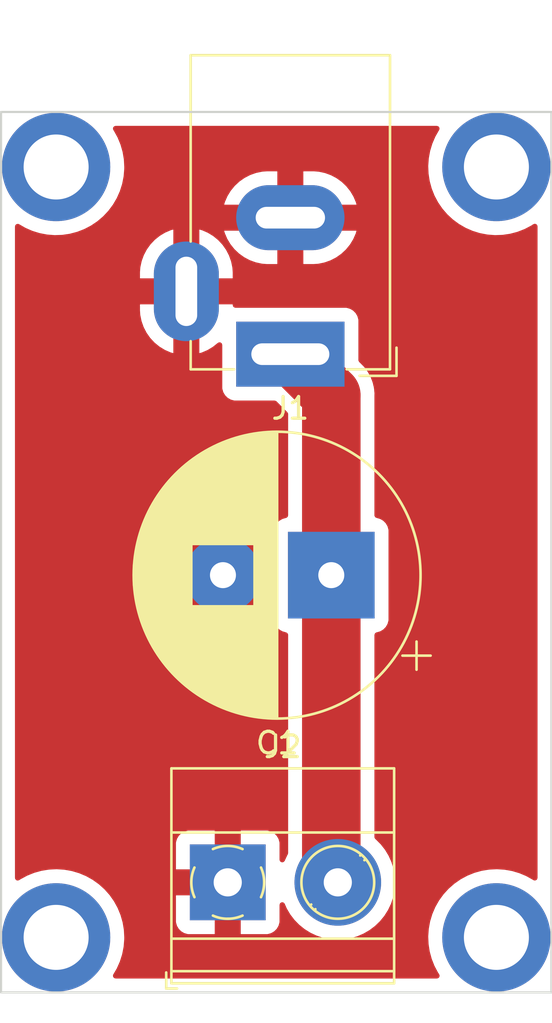
<source format=kicad_pcb>
(kicad_pcb (version 20211014) (generator pcbnew)
  (layers (0 "F.Cu" signal) (31 "B.Cu" signal) (34 "B.Paste" user) (35 "F.Paste" user) (36 "B.SilkS" user "B.Silkscreen") (37 "F.SilkS" user "F.Silkscreen") (38 "B.Mask" user) (39 "F.Mask" user) (44 "Edge.Cuts" user))
  (net 0 "")
  (net 1 "Net-(C1-Pad1)")
  (net 2 "GND")
  (footprint "Connector_BarrelJack:BarrelJack_GCT_DCJ200-10-A_Horizontal" (layer "F.Cu") (at 122.57 69.6 180)
    (fp_text reference "J1" (at 0 -2.5) (layer "F.SilkS"))
    (fp_text value "Barrel_Jack_Switch")
    (fp_line (start 4.6 -0.7) (end 4.6 0.6) (layer "F.SilkS") (width 0.12))
    (fp_line (start -3.2 -1) (end -4.9 -1) (layer "F.SilkS") (width 0.12))
    (fp_line (start -4.6 -0.7) (end -2.6 -0.7) (layer "F.SilkS") (width 0.12))
    (fp_line (start 4.6 5.2) (end 4.6 13.8) (layer "F.SilkS") (width 0.12))
    (fp_line (start 2.6 -0.7) (end 4.6 -0.7) (layer "F.SilkS") (width 0.12))
    (fp_line (start -4.9 -1) (end -4.9 0.3) (layer "F.SilkS") (width 0.12))
    (fp_line (start -4.6 13.8) (end -4.6 -0.7) (layer "F.SilkS") (width 0.12))
    (fp_line (start 4.6 13.8) (end -4.6 13.8) (layer "F.SilkS") (width 0.12))
    (pad "1" thru_hole rect (at 0 0 180) (size 5 3) (drill oval 3.6 1) (layers *.Cu *.Mask) (net 1 "Net-(C1-Pad1)"))
    (pad "2" thru_hole oval (at 0 6.3 180) (size 5 3) (drill oval 3.2 1) (layers *.Cu *.Mask) (net 2 "GND"))
    (pad "3" thru_hole oval (at 4.8 2.9 180) (size 3 4.6) (drill oval 1 3.2) (layers *.Cu *.Mask) (net 2 "GND"))
  )
  (footprint "TerminalBlock_Phoenix:TerminalBlock_Phoenix_MKDS-1,5-2-5.08_1x02_P5.08mm_Horizontal" (layer "F.Cu") (at 119.680431 93.98)
    (fp_text reference "J2" (at 2.54 -6.26) (layer "F.SilkS"))
    (fp_text value "Conn_01x02")
    (fp_line (start -2.6 4.1) (end 7.68 4.1) (layer "F.SilkS") (width 0.12))
    (fp_line (start 6.355 -1.069) (end 6.308 -1.023) (layer "F.SilkS") (width 0.12))
    (fp_line (start -2.6 -5.261) (end -2.6 4.66) (layer "F.SilkS") (width 0.12))
    (fp_line (start 3.853 1.023) (end 3.806 1.069) (layer "F.SilkS") (width 0.12))
    (fp_line (start 6.15 -1.275) (end 6.115 -1.239) (layer "F.SilkS") (width 0.12))
    (fp_line (start -2.6 4.66) (end 7.68 4.66) (layer "F.SilkS") (width 0.12))
    (fp_line (start -2.84 4.9) (end -2.34 4.9) (layer "F.SilkS") (width 0.12))
    (fp_line (start 4.046 1.239) (end 4.011 1.274) (layer "F.SilkS") (width 0.12))
    (fp_line (start -2.6 -5.261) (end 7.68 -5.261) (layer "F.SilkS") (width 0.12))
    (fp_line (start -2.84 4.16) (end -2.84 4.9) (layer "F.SilkS") (width 0.12))
    (fp_line (start -2.6 2.6) (end 7.68 2.6) (layer "F.SilkS") (width 0.12))
    (fp_line (start -2.6 -2.301) (end 7.68 -2.301) (layer "F.SilkS") (width 0.12))
    (fp_line (start 7.68 -5.261) (end 7.68 4.66) (layer "F.SilkS") (width 0.12))
    (fp_arc (start 0.683318 1.534756) (mid 0.349292 1.643288) (end 0 1.68) (layer "F.SilkS") (width 0.12))
    (fp_arc (start 0.028805 1.680253) (mid -0.335551 1.646659) (end -0.684 1.535) (layer "F.SilkS") (width 0.12))
    (fp_arc (start -1.535427 0.683042) (mid -1.680501 -0.000524) (end -1.535 -0.684) (layer "F.SilkS") (width 0.12))
    (fp_arc (start 1.535427 -0.683042) (mid 1.680501 0.000524) (end 1.535 0.684) (layer "F.SilkS") (width 0.12))
    (fp_arc (start -0.683042 -1.535427) (mid 0.000524 -1.680501) (end 0.684 -1.535) (layer "F.SilkS") (width 0.12))
    (fp_circle (center 5.08 0) (end 6.76 0) (layer "F.SilkS") (width 0.12) (fill none))
    (pad "1" thru_hole rect (at 0 0) (size 3.5 3.5) (drill 1.3) (layers *.Cu *.Mask) (net 2 "GND"))
    (pad "2" thru_hole circle (at 5.08 0) (size 4 4) (drill 1.3) (layers *.Cu *.Mask) (net 1 "Net-(C1-Pad1)"))
  )
  (footprint "Capacitor_THT:CP_Radial_D13.0mm_P5.00mm" (layer "F.Cu") (at 124.46 79.8 180)
    (fp_text reference "C1" (at 2.5 -7.75) (layer "F.SilkS"))
    (fp_text value "1000u")
    (fp_line (start 3.981 1.44) (end 3.981 6.413) (layer "F.SilkS") (width 0.12))
    (fp_line (start 6.221 1.44) (end 6.221 5.436) (layer "F.SilkS") (width 0.12))
    (fp_line (start 5.301 1.44) (end 5.301 5.959) (layer "F.SilkS") (width 0.12))
    (fp_line (start 5.341 1.44) (end 5.341 5.94) (layer "F.SilkS") (width 0.12))
    (fp_line (start 7.221 -4.602) (end 7.221 4.602) (layer "F.SilkS") (width 0.12))
    (fp_line (start 3.421 -6.516) (end 3.421 6.516) (layer "F.SilkS") (width 0.12))
    (fp_line (start 5.261 -5.978) (end 5.261 -1.44) (layer "F.SilkS") (width 0.12))
    (fp_line (start 5.821 1.44) (end 5.821 5.688) (layer "F.SilkS") (width 0.12))
    (fp_line (start 2.86 -6.571) (end 2.86 6.571) (layer "F.SilkS") (width 0.12))
    (fp_line (start 5.741 -5.733) (end 5.741 -1.44) (layer "F.SilkS") (width 0.12))
    (fp_line (start 3.581 1.44) (end 3.581 6.492) (layer "F.SilkS") (width 0.12))
    (fp_line (start 4.101 1.44) (end 4.101 6.384) (layer "F.SilkS") (width 0.12))
    (fp_line (start 3.901 -6.431) (end 3.901 -1.44) (layer "F.SilkS") (width 0.12))
    (fp_line (start 5.781 1.44) (end 5.781 5.711) (layer "F.SilkS") (width 0.12))
    (fp_line (start 7.501 -4.299) (end 7.501 4.299) (layer "F.SilkS") (width 0.12))
    (fp_line (start 8.301 -3.152) (end 8.301 3.152) (layer "F.SilkS") (width 0.12))
    (fp_line (start 3.06 -6.557) (end 3.06 6.557) (layer "F.SilkS") (width 0.12))
    (fp_line (start 3.621 -6.485) (end 3.621 -1.44) (layer "F.SilkS") (width 0.12))
    (fp_line (start 4.421 -6.296) (end 4.421 -1.44) (layer "F.SilkS") (width 0.12))
    (fp_line (start 5.661 -5.778) (end 5.661 -1.44) (layer "F.SilkS") (width 0.12))
    (fp_line (start 6.821 -4.977) (end 6.821 4.977) (layer "F.SilkS") (width 0.12))
    (fp_line (start 5.621 1.44) (end 5.621 5.799) (layer "F.SilkS") (width 0.12))
    (fp_line (start 5.501 1.44) (end 5.501 5.862) (layer "F.SilkS") (width 0.12))
    (fp_line (start 8.261 -3.223) (end 8.261 3.223) (layer "F.SilkS") (width 0.12))
    (fp_line (start 3.461 -6.511) (end 3.461 6.511) (layer "F.SilkS") (width 0.12))
    (fp_line (start 4.221 -6.353) (end 4.221 -1.44) (layer "F.SilkS") (width 0.12))
    (fp_line (start -4.584569 -3.715) (end -3.284569 -3.715) (layer "F.SilkS") (width 0.12))
    (fp_line (start 7.341 -4.477) (end 7.341 4.477) (layer "F.SilkS") (width 0.12))
    (fp_line (start 2.62 -6.579) (end 2.62 6.579) (layer "F.SilkS") (width 0.12))
    (fp_line (start 5.101 1.44) (end 5.101 6.049) (layer "F.SilkS") (width 0.12))
    (fp_line (start 6.981 -4.834) (end 6.981 4.834) (layer "F.SilkS") (width 0.12))
    (fp_line (start 6.101 1.44) (end 6.101 5.516) (layer "F.SilkS") (width 0.12))
    (fp_line (start 4.261 -6.342) (end 4.261 -1.44) (layer "F.SilkS") (width 0.12))
    (fp_line (start 8.421 -2.923) (end 8.421 2.923) (layer "F.SilkS") (width 0.12))
    (fp_line (start 3.14 -6.549) (end 3.14 6.549) (layer "F.SilkS") (width 0.12))
    (fp_line (start 6.581 -5.174) (end 6.581 5.174) (layer "F.SilkS") (width 0.12))
    (fp_line (start 5.101 -6.049) (end 5.101 -1.44) (layer "F.SilkS") (width 0.12))
    (fp_line (start 2.82 -6.573) (end 2.82 6.573) (layer "F.SilkS") (width 0.12))
    (fp_line (start 6.941 -4.871) (end 6.941 4.871) (layer "F.SilkS") (width 0.12))
    (fp_line (start 6.061 -5.542) (end 6.061 -1.44) (layer "F.SilkS") (width 0.12))
    (fp_line (start 7.461 -4.345) (end 7.461 4.345) (layer "F.SilkS") (width 0.12))
    (fp_line (start 4.901 1.44) (end 4.901 6.13) (layer "F.SilkS") (width 0.12))
    (fp_line (start 5.901 1.44) (end 5.901 5.641) (layer "F.SilkS") (width 0.12))
    (fp_line (start 6.021 1.44) (end 6.021 5.567) (layer "F.SilkS") (width 0.12))
    (fp_line (start 2.7 -6.577) (end 2.7 6.577) (layer "F.SilkS") (width 0.12))
    (fp_line (start 4.181 -6.364) (end 4.181 -1.44) (layer "F.SilkS") (width 0.12))
    (fp_line (start 4.261 1.44) (end 4.261 6.342) (layer "F.SilkS") (width 0.12))
    (fp_line (start 4.381 -6.308) (end 4.381 -1.44) (layer "F.SilkS") (width 0.12))
    (fp_line (start 8.101 -3.491) (end 8.101 3.491) (layer "F.SilkS") (width 0.12))
    (fp_line (start 3.02 -6.56) (end 3.02 6.56) (layer "F.SilkS") (width 0.12))
    (fp_line (start 3.621 1.44) (end 3.621 6.485) (layer "F.SilkS") (width 0.12))
    (fp_line (start 4.221 1.44) (end 4.221 6.353) (layer "F.SilkS") (width 0.12))
    (fp_line (start 5.541 -5.841) (end 5.541 -1.44) (layer "F.SilkS") (width 0.12))
    (fp_line (start 8.181 -3.361) (end 8.181 3.361) (layer "F.SilkS") (width 0.12))
    (fp_line (start 5.461 -5.882) (end 5.461 -1.44) (layer "F.SilkS") (width 0.12))
    (fp_line (start 6.701 -5.078) (end 6.701 5.078) (layer "F.SilkS") (width 0.12))
    (fp_line (start 3.981 -6.413) (end 3.981 -1.44) (layer "F.SilkS") (width 0.12))
    (fp_line (start 4.861 1.44) (end 4.861 6.146) (layer "F.SilkS") (width 0.12))
    (fp_line (start 8.661 -2.385) (end 8.661 2.385) (layer "F.SilkS") (width 0.12))
    (fp_line (start 5.941 -5.617) (end 5.941 -1.44) (layer "F.SilkS") (width 0.12))
    (fp_line (start 4.581 -6.245) (end 4.581 -1.44) (layer "F.SilkS") (width 0.12))
    (fp_line (start 7.981 -3.675) (end 7.981 3.675) (layer "F.SilkS") (width 0.12))
    (fp_line (start 8.501 -2.758) (end 8.501 2.758) (layer "F.SilkS") (width 0.12))
    (fp_line (start 8.621 -2.484) (end 8.621 2.484) (layer "F.SilkS") (width 0.12))
    (fp_line (start 3.941 -6.422) (end 3.941 -1.44) (layer "F.SilkS") (width 0.12))
    (fp_line (start 4.301 1.44) (end 4.301 6.331) (layer "F.SilkS") (width 0.12))
    (fp_line (start 6.541 -5.205) (end 6.541 5.205) (layer "F.SilkS") (width 0.12))
    (fp_line (start 5.781 -5.711) (end 5.781 -1.44) (layer "F.SilkS") (width 0.12))
    (fp_line (start 5.221 -5.996) (end 5.221 -1.44) (layer "F.SilkS") (width 0.12))
    (fp_line (start 3.901 1.44) (end 3.901 6.431) (layer "F.SilkS") (width 0.12))
    (fp_line (start 2.74 -6.576) (end 2.74 6.576) (layer "F.SilkS") (width 0.12))
    (fp_line (start 4.981 -6.098) (end 4.981 -1.44) (layer "F.SilkS") (width 0.12))
    (fp_line (start 8.741 -2.171) (end 8.741 2.171) (layer "F.SilkS") (width 0.12))
    (fp_line (start 8.821 -1.931) (end 8.821 1.931) (layer "F.SilkS") (width 0.12))
    (fp_line (start 5.701 1.44) (end 5.701 5.756) (layer "F.SilkS") (width 0.12))
    (fp_line (start 6.061 1.44) (end 6.061 5.542) (layer "F.SilkS") (width 0.12))
    (fp_line (start 6.021 -5.567) (end 6.021 -1.44) (layer "F.SilkS") (width 0.12))
    (fp_line (start 7.101 -4.721) (end 7.101 4.721) (layer "F.SilkS") (width 0.12))
    (fp_line (start 6.741 -5.044) (end 6.741 5.044) (layer "F.SilkS") (width 0.12))
    (fp_line (start 4.701 1.44) (end 4.701 6.204) (layer "F.SilkS") (width 0.12))
    (fp_line (start 3.18 -6.545) (end 3.18 6.545) (layer "F.SilkS") (width 0.12))
    (fp_line (start 6.301 1.44) (end 6.301 5.381) (layer "F.SilkS") (width 0.12))
    (fp_line (start 3.861 -6.439) (end 3.861 -1.44) (layer "F.SilkS") (width 0.12))
    (fp_line (start 8.941 -1.494) (end 8.941 1.494) (layer "F.SilkS") (width 0.12))
    (fp_line (start 6.261 1.44) (end 6.261 5.409) (layer "F.SilkS") (width 0.12))
    (fp_line (start 5.901 -5.641) (end 5.901 -1.44) (layer "F.SilkS") (width 0.12))
    (fp_line (start 6.261 -5.409) (end 6.261 -1.44) (layer "F.SilkS") (width 0.12))
    (fp_line (start 4.141 1.44) (end 4.141 6.374) (layer "F.SilkS") (width 0.12))
    (fp_line (start 2.66 -6.579) (end 2.66 6.579) (layer "F.SilkS") (width 0.12))
    (fp_line (start 7.741 -4.006) (end 7.741 4.006) (layer "F.SilkS") (width 0.12))
    (fp_line (start 4.541 -6.258) (end 4.541 -1.44) (layer "F.SilkS") (width 0.12))
    (fp_line (start 7.021 -4.797) (end 7.021 4.797) (layer "F.SilkS") (width 0.12))
    (fp_line (start 6.381 1.44) (end 6.381 5.324) (layer "F.SilkS") (width 0.12))
    (fp_line (start 8.581 -2.579) (end 8.581 2.579) (layer "F.SilkS") (width 0.12))
    (fp_line (start 5.141 -6.031) (end 5.141 -1.44) (layer "F.SilkS") (width 0.12))
    (fp_line (start 3.661 1.44) (end 3.661 6.478) (layer "F.SilkS") (width 0.12))
    (fp_line (start 9.061 -0.85) (end 9.061 0.85) (layer "F.SilkS") (width 0.12))
    (fp_line (start 4.941 1.44) (end 4.941 6.114) (layer "F.SilkS") (width 0.12))
    (fp_line (start 7.661 -4.108) (end 7.661 4.108) (layer "F.SilkS") (width 0.12))
    (fp_line (start 7.261 -4.561) (end 7.261 4.561) (layer "F.SilkS") (width 0.12))
    (fp_line (start 4.501 1.44) (end 4.501 6.271) (layer "F.SilkS") (width 0.12))
    (fp_line (start 7.381 -4.434) (end 7.381 4.434) (layer "F.SilkS") (width 0.12))
    (fp_line (start 9.101 -0.475) (end 9.101 0.475) (layer "F.SilkS") (width 0.12))
    (fp_line (start 4.621 1.44) (end 4.621 6.232) (layer "F.SilkS") (width 0.12))
    (fp_line (start 6.181 -5.463) (end 6.181 -1.44) (layer "F.SilkS") (width 0.12))
    (fp_line (start 3.261 -6.537) (end 3.261 6.537) (layer "F.SilkS") (width 0.12))
    (fp_line (start 7.781 -3.954) (end 7.781 3.954) (layer "F.SilkS") (width 0.12))
    (fp_line (start 7.541 -4.253) (end 7.541 4.253) (layer "F.SilkS") (width 0.12))
    (fp_line (start 5.261 1.44) (end 5.261 5.978) (layer "F.SilkS") (width 0.12))
    (fp_line (start 4.941 -6.114) (end 4.941 -1.44) (layer "F.SilkS") (width 0.12))
    (fp_line (start 8.061 -3.554) (end 8.061 3.554) (layer "F.SilkS") (width 0.12))
    (fp_line (start 5.421 1.44) (end 5.421 5.902) (layer "F.SilkS") (width 0.12))
    (fp_line (start 4.821 -6.161) (end 4.821 -1.44) (layer "F.SilkS") (width 0.12))
    (fp_line (start 3.581 -6.492) (end 3.581 -1.44) (layer "F.SilkS") (width 0.12))
    (fp_line (start 4.741 -6.19) (end 4.741 -1.44) (layer "F.SilkS") (width 0.12))
    (fp_line (start 5.621 -5.799) (end 5.621 -1.44) (layer "F.SilkS") (width 0.12))
    (fp_line (start 4.021 1.44) (end 4.021 6.404) (layer "F.SilkS") (width 0.12))
    (fp_line (start 6.301 -5.381) (end 6.301 -1.44) (layer "F.SilkS") (width 0.12))
    (fp_line (start 7.181 -4.643) (end 7.181 4.643) (layer "F.SilkS") (width 0.12))
    (fp_line (start 4.661 -6.218) (end 4.661 -1.44) (layer "F.SilkS") (width 0.12))
    (fp_line (start 4.661 1.44) (end 4.661 6.218) (layer "F.SilkS") (width 0.12))
    (fp_line (start 8.701 -2.281) (end 8.701 2.281) (layer "F.SilkS") (width 0.12))
    (fp_line (start 4.181 1.44) (end 4.181 6.364) (layer "F.SilkS") (width 0.12))
    (fp_line (start 4.781 1.44) (end 4.781 6.175) (layer "F.SilkS") (width 0.12))
    (fp_line (start 4.901 -6.13) (end 4.901 -1.44) (layer "F.SilkS") (width 0.12))
    (fp_line (start 4.701 -6.204) (end 4.701 -1.44) (layer "F.SilkS") (width 0.12))
    (fp_line (start 3.701 1.44) (end 3.701 6.471) (layer "F.SilkS") (width 0.12))
    (fp_line (start 6.381 -5.324) (end 6.381 -1.44) (layer "F.SilkS") (width 0.12))
    (fp_line (start 4.341 -6.32) (end 4.341 -1.44) (layer "F.SilkS") (width 0.12))
    (fp_line (start 5.181 1.44) (end 5.181 6.014) (layer "F.SilkS") (width 0.12))
    (fp_line (start 5.301 -5.959) (end 5.301 -1.44) (layer "F.SilkS") (width 0.12))
    (fp_line (start 5.061 1.44) (end 5.061 6.065) (layer "F.SilkS") (width 0.12))
    (fp_line (start 7.581 -4.205) (end 7.581 4.205) (layer "F.SilkS") (width 0.12))
    (fp_line (start 4.741 1.44) (end 4.741 6.19) (layer "F.SilkS") (width 0.12))
    (fp_line (start 2.54 -6.58) (end 2.54 6.58) (layer "F.SilkS") (width 0.12))
    (fp_line (start 6.141 1.44) (end 6.141 5.49) (layer "F.SilkS") (width 0.12))
    (fp_line (start 5.861 -5.664) (end 5.861 -1.44) (layer "F.SilkS") (width 0.12))
    (fp_line (start 9.021 -1.107) (end 9.021 1.107) (layer "F.SilkS") (width 0.12))
    (fp_line (start 6.421 1.44) (end 6.421 5.295) (layer "F.SilkS") (width 0.12))
    (fp_line (start 4.341 1.44) (end 4.341 6.32) (layer "F.SilkS") (width 0.12))
    (fp_line (start 2.94 -6.566) (end 2.94 6.566) (layer "F.SilkS") (width 0.12))
    (fp_line (start 3.501 -6.505) (end 3.501 6.505) (layer "F.SilkS") (width 0.12))
    (fp_line (start 5.981 -5.592) (end 5.981 -1.44) (layer "F.SilkS") (width 0.12))
    (fp_line (start 5.461 1.44) (end 5.461 5.882) (layer "F.SilkS") (width 0.12))
    (fp_line (start 6.621 -5.142) (end 6.621 5.142) (layer "F.SilkS") (width 0.12))
    (fp_line (start 5.581 1.44) (end 5.581 5.82) (layer "F.SilkS") (width 0.12))
    (fp_line (start 7.141 -4.682) (end 7.141 4.682) (layer "F.SilkS") (width 0.12))
    (fp_line (start 8.461 -2.842) (end 8.461 2.842) (layer "F.SilkS") (width 0.12))
    (fp_line (start 6.421 -5.295) (end 6.421 -1.44) (layer "F.SilkS") (width 0.12))
    (fp_line (start 2.78 -6.575) (end 2.78 6.575) (layer "F.SilkS") (width 0.12))
    (fp_line (start 2.5 -6.58) (end 2.5 6.58) (layer "F.SilkS") (width 0.12))
    (fp_line (start 5.861 1.44) (end 5.861 5.664) (layer "F.SilkS") (width 0.12))
    (fp_line (start 5.421 -5.902) (end 5.421 -1.44) (layer "F.SilkS") (width 0.12))
    (fp_line (start 3.1 -6.553) (end 3.1 6.553) (layer "F.SilkS") (width 0.12))
    (fp_line (start 8.021 -3.615) (end 8.021 3.615) (layer "F.SilkS") (width 0.12))
    (fp_line (start 4.781 -6.175) (end 4.781 -1.44) (layer "F.SilkS") (width 0.12))
    (fp_line (start 2.9 -6.568) (end 2.9 6.568) (layer "F.SilkS") (width 0.12))
    (fp_line (start 5.541 1.44) (end 5.541 5.841) (layer "F.SilkS") (width 0.12))
    (fp_line (start 7.701 -4.057) (end 7.701 4.057) (layer "F.SilkS") (width 0.12))
    (fp_line (start 3.781 1.44) (end 3.781 6.456) (layer "F.SilkS") (width 0.12))
    (fp_line (start 6.341 -5.353) (end 6.341 -1.44) (layer "F.SilkS") (width 0.12))
    (fp_line (start 7.901 -3.79) (end 7.901 3.79) (layer "F.SilkS") (width 0.12))
    (fp_line (start 6.461 -5.265) (end 6.461 5.265) (layer "F.SilkS") (width 0.12))
    (fp_line (start 8.781 -2.055) (end 8.781 2.055) (layer "F.SilkS") (width 0.12))
    (fp_line (start 4.541 1.44) (end 4.541 6.258) (layer "F.SilkS") (width 0.12))
    (fp_line (start 4.421 1.44) (end 4.421 6.296) (layer "F.SilkS") (width 0.12))
    (fp_line (start 4.101 -6.384) (end 4.101 -1.44) (layer "F.SilkS") (width 0.12))
    (fp_line (start 7.301 -4.519) (end 7.301 4.519) (layer "F.SilkS") (width 0.12))
    (fp_line (start 8.541 -2.67) (end 8.541 2.67) (layer "F.SilkS") (width 0.12))
    (fp_line (start 5.381 1.44) (end 5.381 5.921) (layer "F.SilkS") (width 0.12))
    (fp_line (start 3.861 1.44) (end 3.861 6.439) (layer "F.SilkS") (width 0.12))
    (fp_line (start 6.901 -4.907) (end 6.901 4.907) (layer "F.SilkS") (width 0.12))
    (fp_line (start 8.861 -1.798) (end 8.861 1.798) (layer "F.SilkS") (width 0.12))
    (fp_line (start 4.301 -6.331) (end 4.301 -1.44) (layer "F.SilkS") (width 0.12))
    (fp_line (start 7.061 -4.76) (end 7.061 4.76) (layer "F.SilkS") (width 0.12))
    (fp_line (start 2.98 -6.563) (end 2.98 6.563) (layer "F.SilkS") (width 0.12))
    (fp_line (start 5.941 1.44) (end 5.941 5.617) (layer "F.SilkS") (width 0.12))
    (fp_line (start 6.221 -5.436) (end 6.221 -1.44) (layer "F.SilkS") (width 0.12))
    (fp_line (start 8.901 -1.653) (end 8.901 1.653) (layer "F.SilkS") (width 0.12))
    (fp_line (start 5.501 -5.862) (end 5.501 -1.44) (layer "F.SilkS") (width 0.12))
    (fp_line (start 6.781 -5.011) (end 6.781 5.011) (layer "F.SilkS") (width 0.12))
    (fp_line (start 5.181 -6.014) (end 5.181 -1.44) (layer "F.SilkS") (width 0.12))
    (fp_line (start 4.381 1.44) (end 4.381 6.308) (layer "F.SilkS") (width 0.12))
    (fp_line (start 4.861 -6.146) (end 4.861 -1.44) (layer "F.SilkS") (width 0.12))
    (fp_line (start 6.861 -4.942) (end 6.861 4.942) (layer "F.SilkS") (width 0.12))
    (fp_line (start 5.021 -6.082) (end 5.021 -1.44) (layer "F.SilkS") (width 0.12))
    (fp_line (start 8.381 -3.002) (end 8.381 3.002) (layer "F.SilkS") (width 0.12))
    (fp_line (start 5.021 1.44) (end 5.021 6.082) (layer "F.SilkS") (width 0.12))
    (fp_line (start 3.821 1.44) (end 3.821 6.448) (layer "F.SilkS") (width 0.12))
    (fp_line (start 4.461 1.44) (end 4.461 6.284) (layer "F.SilkS") (width 0.12))
    (fp_line (start 5.581 -5.82) (end 5.581 -1.44) (layer "F.SilkS") (width 0.12))
    (fp_line (start 5.701 -5.756) (end 5.701 -1.44) (layer "F.SilkS") (width 0.12))
    (fp_line (start 8.341 -3.078) (end 8.341 3.078) (layer "F.SilkS") (width 0.12))
    (fp_line (start 4.981 1.44) (end 4.981 6.098) (layer "F.SilkS") (width 0.12))
    (fp_line (start 6.101 -5.516) (end 6.101 -1.44) (layer "F.SilkS") (width 0.12))
    (fp_line (start 3.941 1.44) (end 3.941 6.422) (layer "F.SilkS") (width 0.12))
    (fp_line (start 5.741 1.44) (end 5.741 5.733) (layer "F.SilkS") (width 0.12))
    (fp_line (start 7.621 -4.157) (end 7.621 4.157) (layer "F.SilkS") (width 0.12))
    (fp_line (start 7.821 -3.9) (end 7.821 3.9) (layer "F.SilkS") (width 0.12))
    (fp_line (start 6.181 1.44) (end 6.181 5.463) (layer "F.SilkS") (width 0.12))
    (fp_line (start 3.741 1.44) (end 3.741 6.463) (layer "F.SilkS") (width 0.12))
    (fp_line (start 4.461 -6.284) (end 4.461 -1.44) (layer "F.SilkS") (width 0.12))
    (fp_line (start 5.981 1.44) (end 5.981 5.592) (layer "F.SilkS") (width 0.12))
    (fp_line (start 3.341 -6.527) (end 3.341 6.527) (layer "F.SilkS") (width 0.12))
    (fp_line (start 4.501 -6.271) (end 4.501 -1.44) (layer "F.SilkS") (width 0.12))
    (fp_line (start 6.501 -5.235) (end 6.501 5.235) (layer "F.SilkS") (width 0.12))
    (fp_line (start 6.341 1.44) (end 6.341 5.353) (layer "F.SilkS") (width 0.12))
    (fp_line (start 4.621 -6.232) (end 4.621 -1.44) (layer "F.SilkS") (width 0.12))
    (fp_line (start 3.381 -6.522) (end 3.381 6.522) (layer "F.SilkS") (width 0.12))
    (fp_line (start 4.821 1.44) (end 4.821 6.161) (layer "F.SilkS") (width 0.12))
    (fp_line (start 7.941 -3.733) (end 7.941 3.733) (layer "F.SilkS") (width 0.12))
    (fp_line (start 3.661 -6.478) (end 3.661 -1.44) (layer "F.SilkS") (width 0.12))
    (fp_line (start 3.301 -6.532) (end 3.301 6.532) (layer "F.SilkS") (width 0.12))
    (fp_line (start 3.541 -6.498) (end 3.541 6.498) (layer "F.SilkS") (width 0.12))
    (fp_line (start -3.934569 -4.365) (end -3.934569 -3.065) (layer "F.SilkS") (width 0.12))
    (fp_line (start 3.781 -6.456) (end 3.781 -1.44) (layer "F.SilkS") (width 0.12))
    (fp_line (start 6.141 -5.49) (end 6.141 -1.44) (layer "F.SilkS") (width 0.12))
    (fp_line (start 5.221 1.44) (end 5.221 5.996) (layer "F.SilkS") (width 0.12))
    (fp_line (start 3.701 -6.471) (end 3.701 -1.44) (layer "F.SilkS") (width 0.12))
    (fp_line (start 4.581 1.44) (end 4.581 6.245) (layer "F.SilkS") (width 0.12))
    (fp_line (start 2.58 -6.58) (end 2.58 6.58) (layer "F.SilkS") (width 0.12))
    (fp_line (start 4.061 -6.394) (end 4.061 -1.44) (layer "F.SilkS") (width 0.12))
    (fp_line (start 4.061 1.44) (end 4.061 6.394) (layer "F.SilkS") (width 0.12))
    (fp_line (start 5.381 -5.921) (end 5.381 -1.44) (layer "F.SilkS") (width 0.12))
    (fp_line (start 3.741 -6.463) (end 3.741 -1.44) (layer "F.SilkS") (width 0.12))
    (fp_line (start 6.661 -5.11) (end 6.661 5.11) (layer "F.SilkS") (width 0.12))
    (fp_line (start 4.021 -6.404) (end 4.021 -1.44) (layer "F.SilkS") (width 0.12))
    (fp_line (start 8.981 -1.315) (end 8.981 1.315) (layer "F.SilkS") (width 0.12))
    (fp_line (start 8.141 -3.427) (end 8.141 3.427) (layer "F.SilkS") (width 0.12))
    (fp_line (start 4.141 -6.374) (end 4.141 -1.44) (layer "F.SilkS") (width 0.12))
    (fp_line (start 8.221 -3.293) (end 8.221 3.293) (layer "F.SilkS") (width 0.12))
    (fp_line (start 5.821 -5.688) (end 5.821 -1.44) (layer "F.SilkS") (width 0.12))
    (fp_line (start 7.421 -4.39) (end 7.421 4.39) (layer "F.SilkS") (width 0.12))
    (fp_line (start 5.661 1.44) (end 5.661 5.778) (layer "F.SilkS") (width 0.12))
    (fp_line (start 5.341 -5.94) (end 5.341 -1.44) (layer "F.SilkS") (width 0.12))
    (fp_line (start 5.141 1.44) (end 5.141 6.031) (layer "F.SilkS") (width 0.12))
    (fp_line (start 3.821 -6.448) (end 3.821 -1.44) (layer "F.SilkS") (width 0.12))
    (fp_line (start 3.221 -6.541) (end 3.221 6.541) (layer "F.SilkS") (width 0.12))
    (fp_line (start 7.861 -3.846) (end 7.861 3.846) (layer "F.SilkS") (width 0.12))
    (fp_line (start 5.061 -6.065) (end 5.061 -1.44) (layer "F.SilkS") (width 0.12))
    (fp_circle (center 2.5 0) (end 9.12 0) (layer "F.SilkS") (width 0.12) (fill none))
    (pad "1" thru_hole rect (at 0 0 180) (size 4 4) (drill 1.2) (layers *.Cu *.Mask) (net 1 "Net-(C1-Pad1)"))
    (pad "2" thru_hole circle (at 5 0 180) (size 3.5 3.5) (drill 1.2) (layers *.Cu *.Mask) (net 2 "GND"))
  )
  (gr_rect (start 109.22 58.42) (end 134.62 99.06) (layer "Edge.Cuts") (width 0.1) (fill none))
  (via (at 111.76 96.52) (size 5) (drill 3) (layers "F.Cu" "B.Cu") (net 0))
  (via (at 132.08 60.96) (size 5) (drill 3) (layers "F.Cu" "B.Cu") (net 0))
  (via (at 111.76 60.96) (size 5) (drill 3) (layers "F.Cu" "B.Cu") (net 0))
  (via (at 132.08 96.52) (size 5) (drill 3) (layers "F.Cu" "B.Cu") (net 0))
  (segment (start 124.46 79.8) (end 124.46 93.679569) (width 2.7) (layer "F.Cu") (net 1))
  (segment (start 124.46 79.8) (end 124.46 71.49) (width 2.7) (layer "F.Cu") (net 1))
  (segment (start 124.46 93.679569) (end 124.760431 93.98) (width 0.25) (layer "F.Cu") (net 1))
  (segment (start 124.46 71.49) (end 122.57 69.6) (width 2.7) (layer "F.Cu") (net 1))
  (segment (start 124.760431 79.925215) (end 124.635216 79.8) (width 0.25) (layer "F.Cu") (net 1))
  (segment (start 119.680431 79.845215) (end 119.635216 79.8) (width 0.25) (layer "F.Cu") (net 2))
  (zone (net 2) (net_name "GND") (layer "F.Cu") (connect_pads (clearance 0.64)) (min_thickness 0.254) (fill yes (thermal_gap 0.64) (thermal_bridge_width 1.2))
    (polygon (pts (xy 134.62 99.06) (xy 109.22 99.06) (xy 109.22 58.42) (xy 134.62 58.42)))
  )
)
</source>
